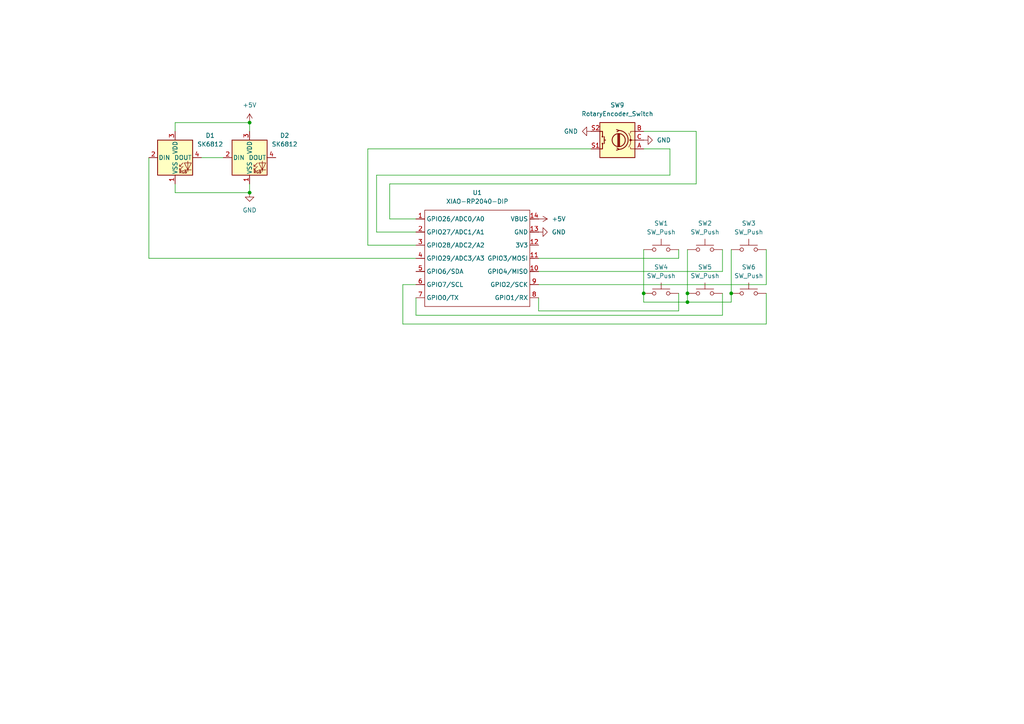
<source format=kicad_sch>
(kicad_sch (version 20250114) (generator "eeschema") (generator_version "9.0")
  (paper "A4")
  (lib_symbols
    (symbol "Device:RotaryEncoder_Switch" (pin_names (offset 0.254) (hide yes))
      (property "Reference" "SW" (at 0 6.604 0))
      (property "Value" "RotaryEncoder_Switch" (at 0 -6.604 0))
      (symbol "RotaryEncoder_Switch_0_1"
        (rectangle (start -5.08 5.08) (end 5.08 -5.08) (stroke (width 0.254)) (fill (type background)))
        (polyline (pts (xy -5.08 2.54) (xy -3.81 2.54) (xy -3.81 2.032)))
        (polyline (pts (xy -5.08 0) (xy -3.81 0) (xy -3.81 -1.016) (xy -3.302 -2.032)))
        (polyline (pts (xy -5.08 -2.54) (xy -3.81 -2.54) (xy -3.81 -2.032)))
        (polyline (pts (xy -4.318 0) (xy -3.81 0) (xy -3.81 1.016) (xy -3.302 2.032)))
        (circle (center -3.81 0) (radius 0.254) (fill (type outline)))
        (polyline (pts (xy -0.635 -1.778) (xy -0.635 1.778)) (stroke (width 0.254)))
        (circle (center -0.381 0) (radius 1.905) (stroke (width 0.254)))
        (polyline (pts (xy -0.381 -1.778) (xy -0.381 1.778)) (stroke (width 0.254)))
        (arc (start -0.381 -2.794) (mid -3.0988 -0.0635) (end -0.381 2.667) (stroke (width 0.254)))
        (polyline (pts (xy -0.127 1.778) (xy -0.127 -1.778)) (stroke (width 0.254)))
        (polyline (pts (xy 0.254 2.921) (xy -0.508 2.667) (xy 0.127 2.286)) (stroke (width 0.254)))
        (polyline (pts (xy 0.254 -3.048) (xy -0.508 -2.794) (xy 0.127 -2.413)) (stroke (width 0.254)))
        (polyline (pts (xy 3.81 1.016) (xy 3.81 -1.016)) (stroke (width 0.254)))
        (polyline (pts (xy 3.81 0) (xy 3.429 0)) (stroke (width 0.254)))
        (circle (center 4.318 1.016) (radius 0.127) (stroke (width 0.254)))
        (circle (center 4.318 -1.016) (radius 0.127) (stroke (width 0.254)))
        (polyline (pts (xy 5.08 2.54) (xy 4.318 2.54) (xy 4.318 1.016)) (stroke (width 0.254)))
        (polyline (pts (xy 5.08 -2.54) (xy 4.318 -2.54) (xy 4.318 -1.016)) (stroke (width 0.254)))
      )
      (symbol "RotaryEncoder_Switch_1_1"
        (pin passive line (at -7.62 2.54 0) (length 2.54) (name "A") (number "A"))
        (pin passive line (at -7.62 0 0) (length 2.54) (name "C") (number "C"))
        (pin passive line (at -7.62 -2.54 0) (length 2.54) (name "B") (number "B"))
        (pin passive line (at 7.62 2.54 180) (length 2.54) (name "S1") (number "S1"))
        (pin passive line (at 7.62 -2.54 180) (length 2.54) (name "S2") (number "S2"))
      )
    )
    (symbol "LED:SK6812" (pin_names (offset 0.254))
      (property "Reference" "D" (at 5.08 5.715 0))
      (property "Value" "SK6812" (at 1.27 -5.715 0))
      (symbol "SK6812_0_0"
        (text "RGB" (at 2.286 -4.191 0) (effects (font (size 0.762 0.762))))
      )
      (symbol "SK6812_0_1"
        (polyline (pts (xy 1.27 -2.54) (xy 1.778 -2.54)))
        (polyline (pts (xy 1.27 -3.556) (xy 1.778 -3.556)))
        (polyline (pts (xy 2.286 -1.524) (xy 1.27 -2.54) (xy 1.27 -2.032)))
        (polyline (pts (xy 2.286 -2.54) (xy 1.27 -3.556) (xy 1.27 -3.048)))
        (polyline (pts (xy 3.683 -1.016) (xy 3.683 -3.556) (xy 3.683 -4.064)))
        (polyline (pts (xy 4.699 -1.524) (xy 2.667 -1.524) (xy 3.683 -3.556) (xy 4.699 -1.524)))
        (polyline (pts (xy 4.699 -3.556) (xy 2.667 -3.556)))
        (rectangle (start 5.08 5.08) (end -5.08 -5.08) (stroke (width 0.254)) (fill (type background)))
      )
      (symbol "SK6812_1_1"
        (pin input line (at -7.62 0 0) (length 2.54) (name "DIN") (number "2"))
        (pin power_in line (at 0 7.62 270) (length 2.54) (name "VDD") (number "3"))
        (pin power_in line (at 0 -7.62 90) (length 2.54) (name "VSS") (number "1"))
        (pin output line (at 7.62 0 180) (length 2.54) (name "DOUT") (number "4"))
      )
    )
    (symbol "Seeed_Studio_XIAO_Series:XIAO-RP2040-DIP"
      (property "Reference" "U" (at 0 0 0))
      (property "Value" "XIAO-RP2040-DIP" (at 5.334 -1.778 0))
      (symbol "XIAO-RP2040-DIP_1_0"
        (polyline (pts (xy -1.27 -2.54) (xy 29.21 -2.54)) (stroke (width 0.1524)))
        (polyline (pts (xy -1.27 -5.08) (xy -2.54 -5.08)) (stroke (width 0.1524)))
        (polyline (pts (xy -1.27 -5.08) (xy -1.27 -2.54)) (stroke (width 0.1524)))
        (polyline (pts (xy -1.27 -8.89) (xy -2.54 -8.89)) (stroke (width 0.1524)))
        (polyline (pts (xy -1.27 -8.89) (xy -1.27 -5.08)) (stroke (width 0.1524)))
        (polyline (pts (xy -1.27 -12.7) (xy -2.54 -12.7)) (stroke (width 0.1524)))
        (polyline (pts (xy -1.27 -12.7) (xy -1.27 -8.89)) (stroke (width 0.1524)))
        (polyline (pts (xy -1.27 -16.51) (xy -2.54 -16.51)) (stroke (width 0.1524)))
        (polyline (pts (xy -1.27 -16.51) (xy -1.27 -12.7)) (stroke (width 0.1524)))
        (polyline (pts (xy -1.27 -20.32) (xy -2.54 -20.32)) (stroke (width 0.1524)))
        (polyline (pts (xy -1.27 -24.13) (xy -2.54 -24.13)) (stroke (width 0.1524)))
        (polyline (pts (xy -1.27 -27.94) (xy -2.54 -27.94)) (stroke (width 0.1524)))
        (polyline (pts (xy -1.27 -30.48) (xy -1.27 -16.51)) (stroke (width 0.1524)))
        (polyline (pts (xy 29.21 -2.54) (xy 29.21 -5.08)) (stroke (width 0.1524)))
        (polyline (pts (xy 29.21 -5.08) (xy 29.21 -8.89)) (stroke (width 0.1524)))
        (polyline (pts (xy 29.21 -8.89) (xy 29.21 -12.7)) (stroke (width 0.1524)))
        (polyline (pts (xy 29.21 -12.7) (xy 29.21 -30.48)) (stroke (width 0.1524)))
        (polyline (pts (xy 29.21 -30.48) (xy -1.27 -30.48)) (stroke (width 0.1524)))
        (polyline (pts (xy 30.48 -5.08) (xy 29.21 -5.08)) (stroke (width 0.1524)))
        (polyline (pts (xy 30.48 -8.89) (xy 29.21 -8.89)) (stroke (width 0.1524)))
        (polyline (pts (xy 30.48 -12.7) (xy 29.21 -12.7)) (stroke (width 0.1524)))
        (polyline (pts (xy 30.48 -16.51) (xy 29.21 -16.51)) (stroke (width 0.1524)))
        (polyline (pts (xy 30.48 -20.32) (xy 29.21 -20.32)) (stroke (width 0.1524)))
        (polyline (pts (xy 30.48 -24.13) (xy 29.21 -24.13)) (stroke (width 0.1524)))
        (polyline (pts (xy 30.48 -27.94) (xy 29.21 -27.94)) (stroke (width 0.1524)))
        (pin passive line (at -3.81 -5.08 0) (length 2.54) (name "GPIO26/ADC0/A0") (number "1"))
        (pin passive line (at -3.81 -8.89 0) (length 2.54) (name "GPIO27/ADC1/A1") (number "2"))
        (pin passive line (at -3.81 -12.7 0) (length 2.54) (name "GPIO28/ADC2/A2") (number "3"))
        (pin passive line (at -3.81 -16.51 0) (length 2.54) (name "GPIO29/ADC3/A3") (number "4"))
        (pin passive line (at -3.81 -20.32 0) (length 2.54) (name "GPIO6/SDA") (number "5"))
        (pin passive line (at -3.81 -24.13 0) (length 2.54) (name "GPIO7/SCL") (number "6"))
        (pin passive line (at -3.81 -27.94 0) (length 2.54) (name "GPIO0/TX") (number "7"))
        (pin passive line (at 31.75 -5.08 180) (length 2.54) (name "VBUS") (number "14"))
        (pin passive line (at 31.75 -8.89 180) (length 2.54) (name "GND") (number "13"))
        (pin passive line (at 31.75 -12.7 180) (length 2.54) (name "3V3") (number "12"))
        (pin passive line (at 31.75 -16.51 180) (length 2.54) (name "GPIO3/MOSI") (number "11"))
        (pin passive line (at 31.75 -20.32 180) (length 2.54) (name "GPIO4/MISO") (number "10"))
        (pin passive line (at 31.75 -24.13 180) (length 2.54) (name "GPIO2/SCK") (number "9"))
        (pin passive line (at 31.75 -27.94 180) (length 2.54) (name "GPIO1/RX") (number "8"))
      )
    )
    (symbol "Switch:SW_Push" (pin_numbers (hide yes)) (pin_names (offset 1.016) (hide yes))
      (property "Reference" "SW" (at 1.27 2.54 0))
      (property "Value" "SW_Push" (at 0 -1.524 0))
      (symbol "SW_Push_0_1"
        (circle (center -2.032 0) (radius 0.508))
        (polyline (pts (xy 0 1.27) (xy 0 3.048)))
        (circle (center 2.032 0) (radius 0.508))
        (polyline (pts (xy 2.54 1.27) (xy -2.54 1.27)))
        (pin passive line (at -5.08 0 0) (length 2.54) (name "1") (number "1"))
        (pin passive line (at 5.08 0 180) (length 2.54) (name "2") (number "2"))
      )
    )
    (symbol "power:+5V" (power) (pin_numbers (hide yes)) (pin_names (offset 0) (hide yes))
      (property "Value" "+5V" (at 0 3.556 0))
      (symbol "+5V_0_1"
        (polyline (pts (xy -0.762 1.27) (xy 0 2.54)))
        (polyline (pts (xy 0 2.54) (xy 0.762 1.27)))
        (polyline (pts (xy 0 0) (xy 0 2.54)))
      )
      (symbol "+5V_1_1"
        (pin power_in line (at 0 0 90) (length 0) (name "~") (number "1"))
      )
    )
    (symbol "power:GND" (power) (pin_numbers (hide yes)) (pin_names (offset 0) (hide yes))
      (property "Value" "GND" (at 0 -3.81 0))
      (symbol "GND_0_1"
        (polyline (pts (xy 0 0) (xy 0 -1.27) (xy 1.27 -1.27) (xy 0 -2.54) (xy -1.27 -1.27) (xy 0 -1.27)))
      )
      (symbol "GND_1_1"
        (pin power_in line (at 0 0 270) (length 0) (name "~") (number "1"))
      )
    )
  )
  (junction (at 72.39 55.88))
  (junction (at 212.09 85.09))
  (junction (at 186.69 85.09))
  (junction (at 199.39 85.09))
  (junction (at 72.39 35.56))
  (junction (at 199.39 87.63))
  (wire (pts (xy 209.55 91.44) (xy 120.65 91.44)))
  (wire (pts (xy 201.93 38.1) (xy 201.93 53.34)))
  (wire (pts (xy 43.18 74.93) (xy 120.65 74.93)))
  (wire (pts (xy 72.39 55.88) (xy 72.39 53.34)))
  (wire (pts (xy 109.22 50.8) (xy 109.22 67.31)))
  (wire (pts (xy 72.39 35.56) (xy 72.39 38.1)))
  (wire (pts (xy 186.69 38.1) (xy 201.93 38.1)))
  (wire (pts (xy 222.25 85.09) (xy 222.25 93.98)))
  (wire (pts (xy 109.22 67.31) (xy 120.65 67.31)))
  (wire (pts (xy 196.85 74.93) (xy 156.21 74.93)))
  (wire (pts (xy 199.39 87.63) (xy 199.39 85.09)))
  (wire (pts (xy 50.8 55.88) (xy 72.39 55.88)))
  (wire (pts (xy 186.69 85.09) (xy 186.69 87.63)))
  (wire (pts (xy 186.69 87.63) (xy 199.39 87.63)))
  (wire (pts (xy 116.84 93.98) (xy 116.84 82.55)))
  (wire (pts (xy 196.85 85.09) (xy 196.85 90.17)))
  (wire (pts (xy 120.65 86.36) (xy 120.65 91.44)))
  (wire (pts (xy 50.8 35.56) (xy 72.39 35.56)))
  (wire (pts (xy 186.69 72.39) (xy 186.69 85.09)))
  (wire (pts (xy 222.25 72.39) (xy 222.25 82.55)))
  (wire (pts (xy 212.09 85.09) (xy 212.09 87.63)))
  (wire (pts (xy 171.45 43.18) (xy 106.68 43.18)))
  (wire (pts (xy 209.55 85.09) (xy 209.55 91.44)))
  (wire (pts (xy 116.84 82.55) (xy 120.65 82.55)))
  (wire (pts (xy 199.39 72.39) (xy 199.39 85.09)))
  (wire (pts (xy 194.31 50.8) (xy 109.22 50.8)))
  (wire (pts (xy 222.25 82.55) (xy 156.21 82.55)))
  (wire (pts (xy 43.18 45.72) (xy 43.18 74.93)))
  (wire (pts (xy 106.68 71.12) (xy 120.65 71.12)))
  (wire (pts (xy 156.21 90.17) (xy 156.21 86.36)))
  (wire (pts (xy 209.55 78.74) (xy 156.21 78.74)))
  (wire (pts (xy 209.55 72.39) (xy 209.55 78.74)))
  (wire (pts (xy 212.09 72.39) (xy 212.09 85.09)))
  (wire (pts (xy 196.85 90.17) (xy 156.21 90.17)))
  (wire (pts (xy 212.09 87.63) (xy 199.39 87.63)))
  (wire (pts (xy 113.03 63.5) (xy 120.65 63.5)))
  (wire (pts (xy 222.25 93.98) (xy 116.84 93.98)))
  (wire (pts (xy 50.8 53.34) (xy 50.8 55.88)))
  (wire (pts (xy 196.85 72.39) (xy 196.85 74.93)))
  (wire (pts (xy 58.42 45.72) (xy 64.77 45.72)))
  (wire (pts (xy 113.03 53.34) (xy 113.03 63.5)))
  (wire (pts (xy 106.68 43.18) (xy 106.68 71.12)))
  (wire (pts (xy 50.8 38.1) (xy 50.8 35.56)))
  (wire (pts (xy 201.93 53.34) (xy 113.03 53.34)))
  (wire (pts (xy 186.69 43.18) (xy 194.31 43.18)))
  (wire (pts (xy 194.31 43.18) (xy 194.31 50.8)))
  (symbol (lib_id "Switch:SW_Push") (at 217.17 72.39 0) (unit 1)
    (property "Reference" "SW3" (at 217.17 64.77 0))
    (property "Value" "SW_Push" (at 217.17 67.31 0))
    (property "Footprint" "Button_Switch_Keyboard:SW_Cherry_MX_1.00u_PCB" (effects (hide yes)))
    (property "Description" "Push button switch, generic, two pins" (effects (hide yes)))
  )
  (symbol (lib_id "Switch:SW_Push") (at 204.47 72.39 0) (unit 1)
    (property "Reference" "SW2" (at 204.47 64.77 0))
    (property "Value" "SW_Push" (at 204.47 67.31 0))
    (property "Footprint" "Button_Switch_Keyboard:SW_Cherry_MX_1.00u_PCB" (effects (hide yes)))
    (property "Description" "Push button switch, generic, two pins" (effects (hide yes)))
  )
  (symbol (lib_id "Switch:SW_Push") (at 191.77 72.39 0) (unit 1)
    (property "Reference" "SW1" (at 191.77 64.77 0))
    (property "Value" "SW_Push" (at 191.77 67.31 0))
    (property "Footprint" "Button_Switch_Keyboard:SW_Cherry_MX_1.00u_PCB" (effects (hide yes)))
    (property "Description" "Push button switch, generic, two pins" (effects (hide yes)))
  )
  (symbol (lib_id "Switch:SW_Push") (at 204.47 85.09 0) (unit 1)
    (property "Reference" "SW5" (at 204.47 77.47 0))
    (property "Value" "SW_Push" (at 204.47 80.01 0))
    (property "Footprint" "Button_Switch_Keyboard:SW_Cherry_MX_1.00u_PCB" (effects (hide yes)))
    (property "Description" "Push button switch, generic, two pins" (effects (hide yes)))
  )
  (symbol (lib_id "LED:SK6812") (at 72.39 45.72 0) (unit 1)
    (property "Reference" "D2" (at 82.55 39.2998 0))
    (property "Value" "SK6812" (at 82.55 41.8398 0))
    (property "Footprint" "LED_SMD:LED_SK6812MINI_PLCC4_3.5x3.5mm_P1.75mm" (effects (hide yes)))
    (property "Datasheet" "https://cdn-shop.adafruit.com/product-files/1138/SK6812+LED+datasheet+.pdf" (effects (hide yes)))
    (property "Description" "RGB LED with integrated controller" (effects (hide yes)))
  )
  (symbol (lib_id "Device:RotaryEncoder_Switch") (at 179.07 40.64 180) (unit 1)
    (property "Reference" "SW9" (at 179.07 30.48 0))
    (property "Value" "RotaryEncoder_Switch" (at 179.07 33.02 0))
    (property "Footprint" "Rotary_Encoder:RotaryEncoder_Alps_EC11E-Switch_Vertical_H20mm" (effects (hide yes)))
    (property "Description" "Rotary encoder, dual channel, incremental quadrate outputs, with switch" (effects (hide yes)))
  )
  (symbol (lib_id "power:+5V") (at 156.21 63.5 270) (unit 1)
    (property "Reference" "#PWR03" (effects (hide yes)))
    (property "Value" "+5V" (at 160.02 63.4999 90) (effects (justify left)))
    (property "Description" "Power symbol creates a global label with name \"+5V\"" (effects (hide yes)))
  )
  (symbol (lib_id "power:GND") (at 186.69 40.64 90) (unit 1)
    (property "Reference" "#PWR04" (effects (hide yes)))
    (property "Value" "GND" (at 190.5 40.6399 90) (effects (justify right)))
    (property "Description" "Power symbol creates a global label with name \"GND\" , ground" (effects (hide yes)))
  )
  (symbol (lib_id "Switch:SW_Push") (at 191.77 85.09 0) (unit 1)
    (property "Reference" "SW4" (at 191.77 77.47 0))
    (property "Value" "SW_Push" (at 191.77 80.01 0))
    (property "Footprint" "Button_Switch_Keyboard:SW_Cherry_MX_1.00u_PCB" (effects (hide yes)))
    (property "Description" "Push button switch, generic, two pins" (effects (hide yes)))
  )
  (symbol (lib_id "Switch:SW_Push") (at 217.17 85.09 0) (unit 1)
    (property "Reference" "SW6" (at 217.17 77.47 0))
    (property "Value" "SW_Push" (at 217.17 80.01 0))
    (property "Footprint" "Button_Switch_Keyboard:SW_Cherry_MX_1.00u_PCB" (effects (hide yes)))
    (property "Description" "Push button switch, generic, two pins" (effects (hide yes)))
  )
  (symbol (lib_id "LED:SK6812") (at 50.8 45.72 0) (unit 1)
    (property "Reference" "D1" (at 60.96 39.2998 0))
    (property "Value" "SK6812" (at 60.96 41.8398 0))
    (property "Footprint" "LED_SMD:LED_SK6812MINI_PLCC4_3.5x3.5mm_P1.75mm" (effects (hide yes)))
    (property "Datasheet" "https://cdn-shop.adafruit.com/product-files/1138/SK6812+LED+datasheet+.pdf" (effects (hide yes)))
    (property "Description" "RGB LED with integrated controller" (effects (hide yes)))
  )
  (symbol (lib_id "power:GND") (at 72.39 55.88 0) (unit 1)
    (property "Reference" "#PWR06" (effects (hide yes)))
    (property "Value" "GND" (at 72.39 60.96 0))
    (property "Description" "Power symbol creates a global label with name \"GND\" , ground" (effects (hide yes)))
  )
  (symbol (lib_id "power:GND") (at 171.45 38.1 270) (unit 1)
    (property "Reference" "#PWR05" (effects (hide yes)))
    (property "Value" "GND" (at 167.64 38.0999 90) (effects (justify right)))
    (property "Description" "Power symbol creates a global label with name \"GND\" , ground" (effects (hide yes)))
  )
  (symbol (lib_id "power:GND") (at 156.21 67.31 90) (unit 1)
    (property "Reference" "#PWR02" (effects (hide yes)))
    (property "Value" "GND" (at 160.02 67.3099 90) (effects (justify right)))
    (property "Description" "Power symbol creates a global label with name \"GND\" , ground" (effects (hide yes)))
  )
  (symbol (lib_id "Seeed_Studio_XIAO_Series:XIAO-RP2040-DIP") (at 124.46 58.42 0) (unit 1)
    (property "Reference" "U1" (at 138.43 55.88 0))
    (property "Value" "XIAO-RP2040-DIP" (at 138.43 58.42 0))
    (property "Footprint" "Seeed Studio XIAO Series Library:XIAO-RP2040-DIP" (effects (hide yes)))
  )
  (symbol (lib_id "power:+5V") (at 72.39 35.56 0) (unit 1)
    (property "Reference" "#PWR01" (effects (hide yes)))
    (property "Value" "+5V" (at 72.39 30.48 0))
    (property "Description" "Power symbol creates a global label with name \"+5V\"" (effects (hide yes)))
  )
)
</source>
